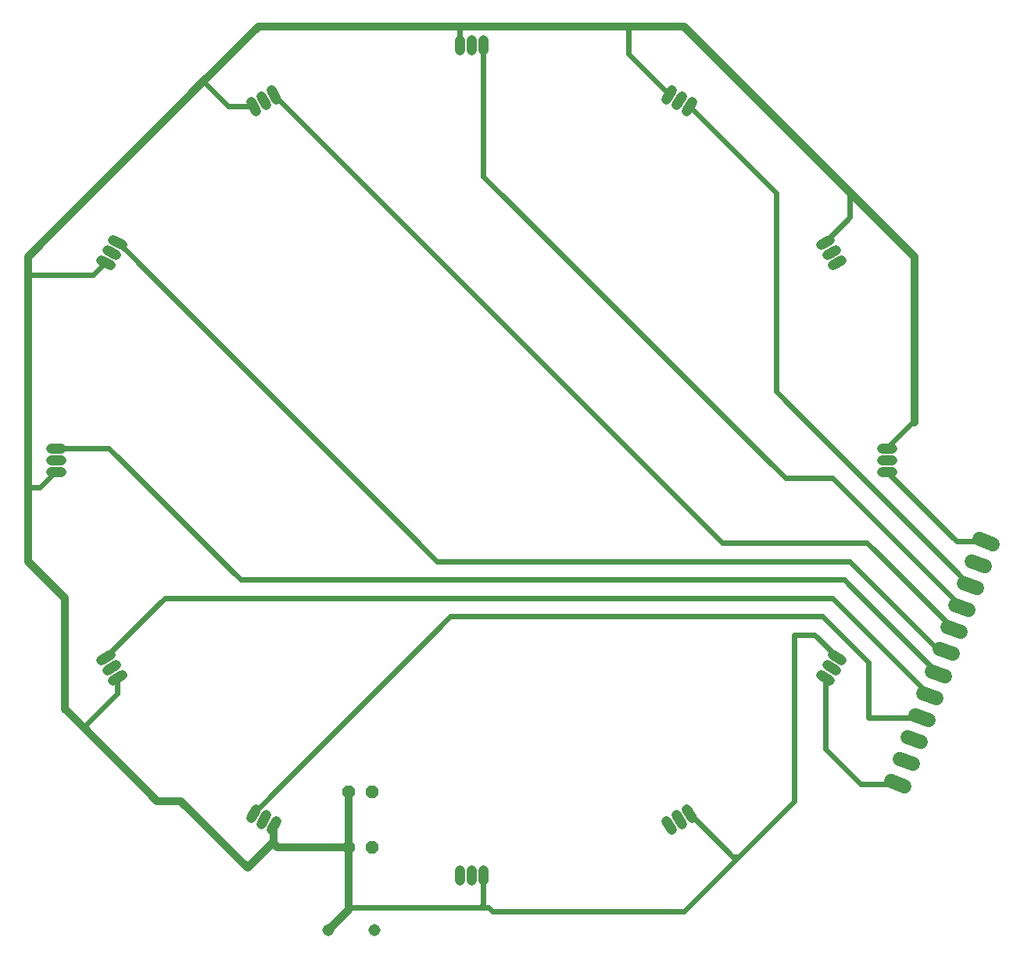
<source format=gbr>
G04 EAGLE Gerber RS-274X export*
G75*
%MOMM*%
%FSLAX34Y34*%
%LPD*%
%INTop Copper*%
%IPPOS*%
%AMOC8*
5,1,8,0,0,1.08239X$1,22.5*%
G01*
%ADD10C,1.108000*%
%ADD11P,1.429621X8X22.500000*%
%ADD12C,1.524000*%
%ADD13C,1.308000*%
%ADD14C,0.609600*%
%ADD15C,0.812800*%


D10*
X444460Y12700D02*
X455540Y12700D01*
X455540Y0D02*
X444460Y0D01*
X444460Y-12700D02*
X455540Y-12700D01*
X12700Y-444460D02*
X12700Y-455540D01*
X0Y-455540D02*
X0Y-444460D01*
X-12700Y-444460D02*
X-12700Y-455540D01*
X233229Y-378563D02*
X238769Y-388159D01*
X227770Y-394509D02*
X222230Y-384913D01*
X211231Y-391263D02*
X216771Y-400859D01*
X391263Y-211231D02*
X400859Y-216771D01*
X394509Y-227770D02*
X384913Y-222230D01*
X378563Y-233229D02*
X388159Y-238769D01*
X378563Y233229D02*
X388159Y238768D01*
X394509Y227770D02*
X384913Y222230D01*
X391263Y211232D02*
X400859Y216771D01*
X211231Y391263D02*
X216771Y400859D01*
X227770Y394509D02*
X222230Y384913D01*
X233229Y378563D02*
X238769Y388159D01*
X-12700Y444460D02*
X-12700Y455540D01*
X0Y455540D02*
X0Y444460D01*
X12700Y444460D02*
X12700Y455540D01*
X-233229Y378563D02*
X-238768Y388159D01*
X-227770Y394509D02*
X-222230Y384913D01*
X-211232Y391263D02*
X-216771Y400859D01*
X-391263Y211232D02*
X-400859Y216771D01*
X-394509Y227770D02*
X-384913Y222230D01*
X-378563Y233229D02*
X-388159Y238768D01*
X-444460Y-12700D02*
X-455540Y-12700D01*
X-455540Y0D02*
X-444460Y0D01*
X-444460Y12700D02*
X-455540Y12700D01*
X-378563Y-233229D02*
X-388159Y-238769D01*
X-394509Y-227770D02*
X-384913Y-222230D01*
X-391263Y-211231D02*
X-400859Y-216771D01*
X-211231Y-391263D02*
X-216771Y-400859D01*
X-227770Y-394509D02*
X-222230Y-384913D01*
X-233229Y-378563D02*
X-238769Y-388159D01*
D11*
X-132700Y-420000D03*
X-107300Y-420000D03*
X-132700Y-360000D03*
X-107300Y-360000D03*
D12*
X550620Y-86119D02*
X564941Y-91331D01*
X556253Y-115199D02*
X541932Y-109987D01*
X533245Y-133855D02*
X547566Y-139068D01*
X538879Y-162936D02*
X524558Y-157723D01*
X515871Y-181592D02*
X530191Y-186804D01*
X521504Y-210672D02*
X507183Y-205460D01*
X498496Y-229328D02*
X512817Y-234540D01*
X504129Y-258408D02*
X489809Y-253196D01*
X481121Y-277064D02*
X495442Y-282277D01*
X486755Y-306145D02*
X472434Y-300932D01*
X463747Y-324801D02*
X478068Y-330013D01*
X469380Y-353881D02*
X455059Y-348669D01*
D13*
X-105000Y-510000D03*
X-155000Y-510000D03*
D14*
X450000Y-12700D02*
X526025Y-88725D01*
X557780Y-88725D01*
X540406Y-136461D02*
X330000Y73944D01*
X330000Y289360D02*
X235999Y383361D01*
X330000Y289360D02*
X330000Y73944D01*
X391389Y-20000D02*
X531718Y-160330D01*
X391389Y-20000D02*
X340000Y-20000D01*
X12700Y307300D01*
X12700Y450000D01*
X-214001Y396061D02*
X272060Y-90000D01*
X428833Y-90000D02*
X523031Y-184198D01*
X428833Y-90000D02*
X272060Y-90000D01*
X-376291Y228928D02*
X-383361Y235999D01*
X-37337Y-110000D02*
X410000Y-110000D01*
X-376265Y228928D02*
X-376291Y228928D01*
X-376265Y228928D02*
X-37337Y-110000D01*
X410000Y-110000D02*
X510000Y-210000D01*
X512410Y-210000D02*
X514344Y-208066D01*
X512410Y-210000D02*
X510000Y-210000D01*
X-392700Y12700D02*
X-450000Y12700D01*
X403722Y-130000D02*
X505656Y-231934D01*
X-250000Y-130000D02*
X-392700Y12700D01*
X-250000Y-130000D02*
X403722Y-130000D01*
X-332060Y-150000D02*
X-396061Y-214001D01*
X391167Y-150000D02*
X496969Y-255802D01*
X391167Y-150000D02*
X-332060Y-150000D01*
X-22638Y-170000D02*
X380000Y-170000D01*
X-228928Y-376291D02*
X-235999Y-383361D01*
X-228928Y-376291D02*
X-228893Y-376230D01*
X-228858Y-376220D01*
X-22638Y-170000D01*
X380000Y-170000D02*
X430000Y-220000D01*
X430000Y-280000D01*
X487952Y-280000D01*
X488282Y-279670D01*
X383361Y-313361D02*
X383361Y-235999D01*
X421275Y-351275D02*
X462220Y-351275D01*
X421275Y-351275D02*
X383361Y-313361D01*
D15*
X-242500Y-442500D02*
X-315000Y-370000D01*
X-340000Y-370000D01*
X-242500Y-442500D02*
X-215000Y-415000D01*
X-214001Y-414001D01*
X-214001Y-396061D01*
X-340000Y-370000D02*
X-420000Y-290000D01*
X-440000Y-270000D01*
X-440000Y-150000D02*
X-480000Y-110000D01*
X-480000Y-30000D01*
X-480000Y200000D01*
X-480000Y220000D01*
X-440000Y-150000D02*
X-440000Y-270000D01*
X-480000Y220000D02*
X-290000Y410000D01*
X-230000Y470000D01*
X-10000Y470000D01*
X170000Y470000D01*
X230000Y470000D01*
X480000Y220000D02*
X480000Y40000D01*
X410000Y290000D02*
X230000Y470000D01*
X410000Y290000D02*
X480000Y220000D01*
D14*
X477300Y40000D02*
X450000Y12700D01*
X477300Y40000D02*
X480000Y40000D01*
X383361Y235999D02*
X410000Y262638D01*
X410000Y290000D01*
X214001Y396061D02*
X170000Y440062D01*
X170000Y470000D01*
X-12700Y467300D02*
X-12700Y450000D01*
X-12700Y467300D02*
X-10000Y470000D01*
X-235999Y383361D02*
X-263361Y383361D01*
X-290000Y410000D01*
X-396061Y214001D02*
X-410062Y200000D01*
X-480000Y200000D01*
X-450000Y-12700D02*
X-467300Y-30000D01*
X-480000Y-30000D01*
X-383361Y-235999D02*
X-383361Y-253361D01*
X-420000Y-290000D01*
X23337Y-490000D02*
X230000Y-490000D01*
X18367Y-485030D02*
X10000Y-485030D01*
X18367Y-485030D02*
X23337Y-490000D01*
X230000Y-490000D02*
X290000Y-430000D01*
X350000Y-370000D01*
X350000Y-190000D01*
X372060Y-190000D01*
X396061Y-214001D01*
X235999Y-383361D02*
X282638Y-430000D01*
X290000Y-430000D01*
X12700Y-450000D02*
X12700Y-482330D01*
X10000Y-485030D01*
D15*
X-132700Y-487700D02*
X-155000Y-510000D01*
X-132700Y-487700D02*
X-132700Y-420000D01*
D14*
X-130030Y-485030D02*
X-132700Y-487700D01*
X-130030Y-485030D02*
X10000Y-485030D01*
D15*
X-132700Y-420000D02*
X-132700Y-360000D01*
X-210000Y-420000D02*
X-215000Y-415000D01*
X-210000Y-420000D02*
X-132700Y-420000D01*
M02*

</source>
